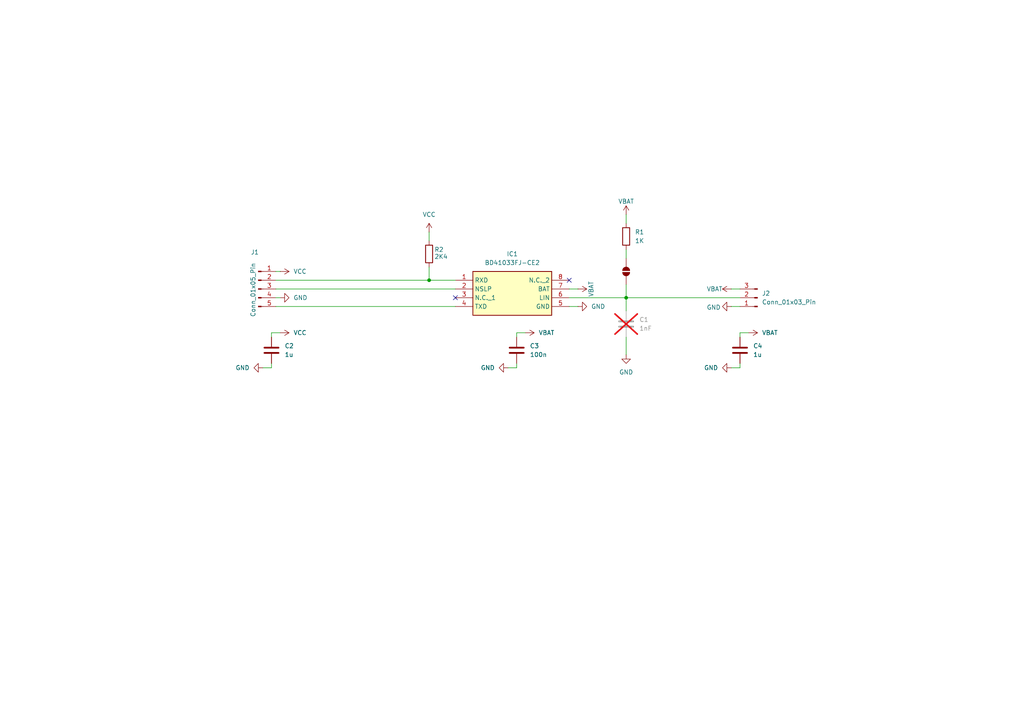
<source format=kicad_sch>
(kicad_sch (version 20250114) (generator "eeschema") (generator_version "9.0")
  (paper "A4")
  (lib_symbols
    (symbol "BD41033FJ-CE2:BD41033FJ-CE2"
      (property "Reference" "IC1" (at 16.51 7.62 0))
      (property "Value" "BD41033FJ-CE2" (at 16.51 5.08 0))
      (symbol "BD41033FJ-CE2_1_1"
        (rectangle (start 5.08 2.54) (end 27.94 -10.16) (stroke (width 0.254)) (fill (type background)))
        (pin passive line (at 0 0 0) (length 5.08) (name "RXD") (number "1"))
        (pin passive line (at 0 -2.54 0) (length 5.08) (name "NSLP") (number "2"))
        (pin passive line (at 0 -5.08 0) (length 5.08) (name "N.C._1") (number "3"))
        (pin passive line (at 0 -7.62 0) (length 5.08) (name "TXD") (number "4"))
        (pin passive line (at 33.02 0 180) (length 5.08) (name "N.C._2") (number "8"))
        (pin power_out line (at 33.02 -2.54 180) (length 5.08) (name "BAT") (number "7"))
        (pin passive line (at 33.02 -5.08 180) (length 5.08) (name "LIN") (number "6"))
        (pin power_out line (at 33.02 -7.62 180) (length 5.08) (name "GND") (number "5"))
      )
    )
    (symbol "Connector:Conn_01x03_Pin" (pin_names (offset 1.016) (hide yes))
      (property "Reference" "J2" (at -1.27 -1.2701 0))
      (property "Value" "Conn_01x03_Pin" (at -1.27 1.2699 0))
      (symbol "Conn_01x03_Pin_1_1"
        (rectangle (start 0.8636 2.667) (end 0 2.413) (stroke (width 0.1524)) (fill (type outline)))
        (rectangle (start 0.8636 0.127) (end 0 -0.127) (stroke (width 0.1524)) (fill (type outline)))
        (rectangle (start 0.8636 -2.413) (end 0 -2.667) (stroke (width 0.1524)) (fill (type outline)))
        (polyline (pts (xy 1.27 2.54) (xy 0.8636 2.54)) (stroke (width 0.1524)))
        (polyline (pts (xy 1.27 0) (xy 0.8636 0)) (stroke (width 0.1524)))
        (polyline (pts (xy 1.27 -2.54) (xy 0.8636 -2.54)) (stroke (width 0.1524)))
        (pin passive line (at 5.08 2.54 180) (length 3.81) (name "Pin_1") (number "1"))
        (pin passive line (at 5.08 0 180) (length 3.81) (name "Pin_2") (number "2"))
        (pin passive line (at 5.08 -2.54 180) (length 3.81) (name "Pin_3") (number "3"))
      )
    )
    (symbol "Connector:Conn_01x05_Pin" (pin_names (offset 1.016) (hide yes))
      (property "Reference" "J1" (at -1.016 10.668 0))
      (property "Value" "Conn_01x05_Pin" (at -1.524 -0.254 90))
      (symbol "Conn_01x05_Pin_1_1"
        (rectangle (start 0.8636 5.207) (end 0 4.953) (stroke (width 0.1524)) (fill (type outline)))
        (rectangle (start 0.8636 2.667) (end 0 2.413) (stroke (width 0.1524)) (fill (type outline)))
        (rectangle (start 0.8636 0.127) (end 0 -0.127) (stroke (width 0.1524)) (fill (type outline)))
        (rectangle (start 0.8636 -2.413) (end 0 -2.667) (stroke (width 0.1524)) (fill (type outline)))
        (rectangle (start 0.8636 -4.953) (end 0 -5.207) (stroke (width 0.1524)) (fill (type outline)))
        (polyline (pts (xy 1.27 5.08) (xy 0.8636 5.08)) (stroke (width 0.1524)))
        (polyline (pts (xy 1.27 2.54) (xy 0.8636 2.54)) (stroke (width 0.1524)))
        (polyline (pts (xy 1.27 0) (xy 0.8636 0)) (stroke (width 0.1524)))
        (polyline (pts (xy 1.27 -2.54) (xy 0.8636 -2.54)) (stroke (width 0.1524)))
        (polyline (pts (xy 1.27 -5.08) (xy 0.8636 -5.08)) (stroke (width 0.1524)))
        (pin power_out line (at 5.08 5.08 180) (length 3.81) (name "Pin_1") (number "1"))
        (pin passive line (at 5.08 2.54 180) (length 3.81) (name "Pin_2") (number "2"))
        (pin passive line (at 5.08 0 180) (length 3.81) (name "Pin_3") (number "3"))
        (pin passive line (at 5.08 -2.54 180) (length 3.81) (name "Pin_4") (number "4"))
        (pin passive line (at 5.08 -5.08 180) (length 3.81) (name "Pin_5") (number "5"))
      )
    )
    (symbol "Device:C" (pin_numbers (hide yes)) (pin_names (offset 0.254))
      (property "Reference" "C" (at 0.635 2.54 0))
      (property "Value" "C" (at 0.635 -2.54 0))
      (symbol "C_0_1"
        (polyline (pts (xy -2.032 0.762) (xy 2.032 0.762)) (stroke (width 0.508)))
        (polyline (pts (xy -2.032 -0.762) (xy 2.032 -0.762)) (stroke (width 0.508)))
      )
      (symbol "C_1_1"
        (pin passive line (at 0 3.81 270) (length 2.794) (name "~") (number "1"))
        (pin passive line (at 0 -3.81 90) (length 2.794) (name "~") (number "2"))
      )
    )
    (symbol "Device:R" (pin_numbers (hide yes)) (pin_names (offset 0))
      (property "Reference" "R" (at 2.032 0 90))
      (property "Value" "R" (at 0 0 90))
      (symbol "R_0_1"
        (rectangle (start -1.016 -2.54) (end 1.016 2.54) (stroke (width 0.254)))
      )
      (symbol "R_1_1"
        (pin passive line (at 0 3.81 270) (length 1.27) (name "~") (number "1"))
        (pin passive line (at 0 -3.81 90) (length 1.27) (name "~") (number "2"))
      )
    )
    (symbol "Jumper:SolderJumper_2_Open" (pin_numbers (hide yes)) (pin_names (offset 0) (hide yes)) (exclude_from_sim yes) (in_bom no)
      (property "Reference" "JP" (at 0 2.032 0))
      (property "Value" "SolderJumper_2_Open" (at 0 -2.54 0))
      (symbol "SolderJumper_2_Open_0_1"
        (polyline (pts (xy -0.254 1.016) (xy -0.254 -1.016)))
        (arc (start -0.254 -1.016) (mid -1.2656 0) (end -0.254 1.016))
        (arc (start -0.254 -1.016) (mid -1.2656 0) (end -0.254 1.016) (fill (type outline)))
        (arc (start 0.254 1.016) (mid 1.2656 0) (end 0.254 -1.016))
        (arc (start 0.254 1.016) (mid 1.2656 0) (end 0.254 -1.016) (fill (type outline)))
        (polyline (pts (xy 0.254 1.016) (xy 0.254 -1.016)))
      )
      (symbol "SolderJumper_2_Open_1_1"
        (pin passive line (at -3.81 0 0) (length 2.54) (name "A") (number "1"))
        (pin passive line (at 3.81 0 180) (length 2.54) (name "B") (number "2"))
      )
    )
    (symbol "power:+12V" (power) (pin_numbers (hide yes)) (pin_names (offset 0) (hide yes))
      (property "Value" "+12V" (at 0 3.556 0))
      (symbol "+12V_0_1"
        (polyline (pts (xy -0.762 1.27) (xy 0 2.54)))
        (polyline (pts (xy 0 2.54) (xy 0.762 1.27)))
        (polyline (pts (xy 0 0) (xy 0 2.54)))
      )
      (symbol "+12V_1_1"
        (pin power_in line (at 0 0 90) (length 0) (name "~") (number "1"))
      )
    )
    (symbol "power:GND" (power) (pin_numbers (hide yes)) (pin_names (offset 0) (hide yes))
      (property "Value" "GND" (at 0 -3.81 0))
      (symbol "GND_0_1"
        (polyline (pts (xy 0 0) (xy 0 -1.27) (xy 1.27 -1.27) (xy 0 -2.54) (xy -1.27 -1.27) (xy 0 -1.27)))
      )
      (symbol "GND_1_1"
        (pin power_in line (at 0 0 270) (length 0) (name "~") (number "1"))
      )
    )
    (symbol "power:VCC" (power) (pin_numbers (hide yes)) (pin_names (offset 0) (hide yes))
      (property "Value" "VCC" (at 0 3.556 0))
      (symbol "VCC_0_1"
        (polyline (pts (xy -0.762 1.27) (xy 0 2.54)))
        (polyline (pts (xy 0 2.54) (xy 0.762 1.27)))
        (polyline (pts (xy 0 0) (xy 0 2.54)))
      )
      (symbol "VCC_1_1"
        (pin power_in line (at 0 0 90) (length 0) (name "~") (number "1"))
      )
    )
  )
  (junction (at 124.46 81.28))
  (junction (at 181.61 86.36))
  (no_connect (at 132.08 86.36))
  (no_connect (at 165.1 81.28))
  (wire (pts (xy 124.46 81.28) (xy 132.08 81.28)))
  (wire (pts (xy 147.32 106.68) (xy 149.86 106.68)))
  (wire (pts (xy 165.1 83.82) (xy 167.64 83.82)))
  (wire (pts (xy 181.61 86.36) (xy 214.63 86.36)))
  (wire (pts (xy 80.01 81.28) (xy 124.46 81.28)))
  (wire (pts (xy 214.63 106.68) (xy 214.63 105.41)))
  (wire (pts (xy 181.61 82.55) (xy 181.61 86.36)))
  (wire (pts (xy 212.09 83.82) (xy 214.63 83.82)))
  (wire (pts (xy 181.61 72.39) (xy 181.61 74.93)))
  (wire (pts (xy 80.01 83.82) (xy 132.08 83.82)))
  (wire (pts (xy 214.63 96.52) (xy 217.17 96.52)))
  (wire (pts (xy 124.46 67.31) (xy 124.46 69.85)))
  (wire (pts (xy 181.61 97.79) (xy 181.61 102.87)))
  (wire (pts (xy 124.46 77.47) (xy 124.46 81.28)))
  (wire (pts (xy 165.1 86.36) (xy 181.61 86.36)))
  (wire (pts (xy 181.61 86.36) (xy 181.61 90.17)))
  (wire (pts (xy 78.74 97.79) (xy 78.74 96.52)))
  (wire (pts (xy 149.86 96.52) (xy 152.4 96.52)))
  (wire (pts (xy 80.01 86.36) (xy 81.28 86.36)))
  (wire (pts (xy 181.61 62.23) (xy 181.61 64.77)))
  (wire (pts (xy 78.74 106.68) (xy 78.74 105.41)))
  (wire (pts (xy 80.01 78.74) (xy 81.28 78.74)))
  (wire (pts (xy 214.63 97.79) (xy 214.63 96.52)))
  (wire (pts (xy 165.1 88.9) (xy 167.64 88.9)))
  (wire (pts (xy 149.86 97.79) (xy 149.86 96.52)))
  (wire (pts (xy 80.01 88.9) (xy 132.08 88.9)))
  (wire (pts (xy 76.2 106.68) (xy 78.74 106.68)))
  (wire (pts (xy 212.09 106.68) (xy 214.63 106.68)))
  (wire (pts (xy 78.74 96.52) (xy 81.28 96.52)))
  (wire (pts (xy 149.86 106.68) (xy 149.86 105.41)))
  (wire (pts (xy 212.09 88.9) (xy 214.63 88.9)))
  (symbol (lib_id "power:+12V") (at 217.17 96.52 270) (unit 1)
    (property "Reference" "#PWR011" (effects (hide yes)))
    (property "Value" "VBAT" (at 220.98 96.5199 90) (effects (justify left)))
    (property "Description" "Power symbol creates a global label with name \"+12V\"" (effects (hide yes)))
  )
  (symbol (lib_id "Connector:Conn_01x05_Pin") (at 74.93 83.82 0) (unit 1)
    (property "Reference" "J1" (at 73.914 73.152 0))
    (property "Value" "Conn_01x05_Pin" (at 73.406 84.074 90))
    (property "Footprint" "Connector_PinHeader_2.54mm:PinHeader_1x05_P2.54mm_Vertical" (effects (hide yes)))
    (property "Description" "Generic connector, single row, 01x05, script generated" (effects (hide yes)))
  )
  (symbol (lib_id "Device:C") (at 181.61 93.98 0) (unit 1) (dnp yes)
    (property "Reference" "C1" (at 185.42 92.7099 0) (effects (justify left)))
    (property "Value" "1nF" (at 185.42 95.2499 0) (effects (justify left)))
    (property "Footprint" "Capacitor_SMD:C_0805_2012Metric_Pad1.18x1.45mm_HandSolder" (effects (hide yes)))
    (property "Description" "Unpolarized capacitor" (effects (hide yes)))
  )
  (symbol (lib_id "Jumper:SolderJumper_2_Open") (at 181.61 78.74 90) (unit 1) (in_bom no)
    (property "Reference" "JP1" (effects (hide yes)))
    (property "Value" "SolderJumper_2_Open" (effects (hide yes)))
    (property "Footprint" "Jumper:SolderJumper-2_P1.3mm_Open_TrianglePad1.0x1.5mm" (effects (hide yes)))
    (property "Description" "Solder Jumper, 2-pole, open" (effects (hide yes)))
  )
  (symbol (lib_id "Device:C") (at 78.74 101.6 0) (unit 1)
    (property "Reference" "C2" (at 82.55 100.3299 0) (effects (justify left)))
    (property "Value" "1u" (at 82.55 102.8699 0) (effects (justify left)))
    (property "Footprint" "Capacitor_SMD:C_0805_2012Metric_Pad1.18x1.45mm_HandSolder" (effects (hide yes)))
    (property "Description" "Unpolarized capacitor" (effects (hide yes)))
  )
  (symbol (lib_id "power:GND") (at 212.09 106.68 270) (unit 1)
    (property "Reference" "#PWR015" (effects (hide yes)))
    (property "Value" "GND" (at 208.28 106.6799 90) (effects (justify right)))
    (property "Description" "Power symbol creates a global label with name \"GND\" , ground" (effects (hide yes)))
  )
  (symbol (lib_id "power:VCC") (at 81.28 78.74 270) (unit 1)
    (property "Reference" "#PWR03" (effects (hide yes)))
    (property "Value" "VCC" (at 85.09 78.7399 90) (effects (justify left)))
    (property "Description" "Power symbol creates a global label with name \"VCC\"" (effects (hide yes)))
  )
  (symbol (lib_id "power:GND") (at 81.28 86.36 90) (unit 1)
    (property "Reference" "#PWR06" (effects (hide yes)))
    (property "Value" "GND" (at 85.09 86.3599 90) (effects (justify right)))
    (property "Description" "Power symbol creates a global label with name \"GND\" , ground" (effects (hide yes)))
  )
  (symbol (lib_id "power:VCC") (at 81.28 96.52 270) (unit 1)
    (property "Reference" "#PWR09" (effects (hide yes)))
    (property "Value" "VCC" (at 85.09 96.5199 90) (effects (justify left)))
    (property "Description" "Power symbol creates a global label with name \"VCC\"" (effects (hide yes)))
  )
  (symbol (lib_id "power:+12V") (at 212.09 83.82 90) (unit 1)
    (property "Reference" "#PWR05" (effects (hide yes)))
    (property "Value" "VBAT" (at 207.264 83.82 90))
    (property "Description" "Power symbol creates a global label with name \"+12V\"" (effects (hide yes)))
  )
  (symbol (lib_id "power:VCC") (at 124.46 67.31 0) (unit 1)
    (property "Reference" "#PWR02" (effects (hide yes)))
    (property "Value" "VCC" (at 124.46 62.23 0))
    (property "Description" "Power symbol creates a global label with name \"VCC\"" (effects (hide yes)))
  )
  (symbol (lib_id "Device:C") (at 214.63 101.6 0) (unit 1)
    (property "Reference" "C4" (at 218.44 100.3299 0) (effects (justify left)))
    (property "Value" "1u" (at 218.44 102.8699 0) (effects (justify left)))
    (property "Footprint" "Capacitor_SMD:C_0805_2012Metric_Pad1.18x1.45mm_HandSolder" (effects (hide yes)))
    (property "Description" "Unpolarized capacitor" (effects (hide yes)))
  )
  (symbol (lib_id "Device:C") (at 149.86 101.6 0) (unit 1)
    (property "Reference" "C3" (at 153.67 100.3299 0) (effects (justify left)))
    (property "Value" "100n" (at 153.67 102.8699 0) (effects (justify left)))
    (property "Footprint" "Capacitor_SMD:C_0805_2012Metric_Pad1.18x1.45mm_HandSolder" (effects (hide yes)))
    (property "Description" "Unpolarized capacitor" (effects (hide yes)))
  )
  (symbol (lib_id "Connector:Conn_01x03_Pin") (at 219.71 86.36 180) (unit 1)
    (property "Reference" "J2" (at 220.98 85.0899 0) (effects (justify right)))
    (property "Value" "Conn_01x03_Pin" (at 220.98 87.6299 0) (effects (justify right)))
    (property "Footprint" "Connector_PinHeader_2.54mm:PinHeader_1x03_P2.54mm_Vertical" (effects (hide yes)))
    (property "Description" "Generic connector, single row, 01x03, script generated" (effects (hide yes)))
  )
  (symbol (lib_id "Device:R") (at 124.46 73.66 0) (unit 1)
    (property "Reference" "R2" (at 125.984 72.39 0) (effects (justify left)))
    (property "Value" "2K4" (at 125.984 74.422 0) (effects (justify left)))
    (property "Footprint" "Resistor_SMD:R_0805_2012Metric_Pad1.20x1.40mm_HandSolder" (effects (hide yes)))
    (property "Description" "Resistor" (effects (hide yes)))
  )
  (symbol (lib_id "power:GND") (at 212.09 88.9 270) (unit 1)
    (property "Reference" "#PWR08" (effects (hide yes)))
    (property "Value" "GND" (at 209.042 89.154 90) (effects (justify right)))
    (property "Description" "Power symbol creates a global label with name \"GND\" , ground" (effects (hide yes)))
  )
  (symbol (lib_id "power:GND") (at 167.64 88.9 90) (unit 1)
    (property "Reference" "#PWR07" (effects (hide yes)))
    (property "Value" "GND" (at 171.45 88.8999 90) (effects (justify right)))
    (property "Description" "Power symbol creates a global label with name \"GND\" , ground" (effects (hide yes)))
  )
  (symbol (lib_id "power:+12V") (at 167.64 83.82 270) (unit 1)
    (property "Reference" "#PWR04" (effects (hide yes)))
    (property "Value" "VBAT" (at 171.45 83.82 0))
    (property "Description" "Power symbol creates a global label with name \"+12V\"" (effects (hide yes)))
  )
  (symbol (lib_id "power:GND") (at 181.61 102.87 0) (unit 1)
    (property "Reference" "#PWR012" (effects (hide yes)))
    (property "Value" "GND" (at 181.61 107.95 0))
    (property "Description" "Power symbol creates a global label with name \"GND\" , ground" (effects (hide yes)))
  )
  (symbol (lib_id "power:+12V") (at 181.61 62.23 0) (unit 1)
    (property "Reference" "#PWR01" (effects (hide yes)))
    (property "Value" "VBAT" (at 181.61 58.42 0))
    (property "Description" "Power symbol creates a global label with name \"+12V\"" (effects (hide yes)))
  )
  (symbol (lib_id "power:GND") (at 147.32 106.68 270) (unit 1)
    (property "Reference" "#PWR014" (effects (hide yes)))
    (property "Value" "GND" (at 143.51 106.6799 90) (effects (justify right)))
    (property "Description" "Power symbol creates a global label with name \"GND\" , ground" (effects (hide yes)))
  )
  (symbol (lib_id "power:+12V") (at 152.4 96.52 270) (unit 1)
    (property "Reference" "#PWR010" (effects (hide yes)))
    (property "Value" "VBAT" (at 156.21 96.5199 90) (effects (justify left)))
    (property "Description" "Power symbol creates a global label with name \"+12V\"" (effects (hide yes)))
  )
  (symbol (lib_id "BD41033FJ-CE2:BD41033FJ-CE2") (at 132.08 81.28 0) (unit 1)
    (property "Reference" "IC1" (at 148.59 73.66 0))
    (property "Value" "BD41033FJ-CE2" (at 148.59 76.2 0))
    (property "Footprint" "Package_SO:SOP-8_3.9x4.9mm_P1.27mm" (effects (hide yes)))
    (property "Datasheet" "https://fscdn.rohm.com/jp/products/databook/datasheet/ic/interface/transceiver/bd41033fj-c-j.pdf?_fsi=LUpKGj1R" (effects (hide yes)))
    (property "Description" "LIN Transceivers LIN Transceiver for Automotive" (effects (hide yes)))
    (property "Height" "1.65" (effects (hide yes)))
    (property "Mouser Part Number" "755-BD41033FJ-CE2" (effects (hide yes)))
    (property "Mouser Price/Stock" "https://www.mouser.co.uk/ProductDetail/ROHM-Semiconductor/BD41033FJ-CE2?qs=VVKQmw408U%2FQtT8BAzfkng%3D%3D" (effects (hide yes)))
    (property "Manufacturer_Name" "ROHM Semiconductor" (effects (hide yes)))
    (property "Manufacturer_Part_Number" "BD41033FJ-CE2" (effects (hide yes)))
  )
  (symbol (lib_id "Device:R") (at 181.61 68.58 0) (unit 1)
    (property "Reference" "R1" (at 184.15 67.3099 0) (effects (justify left)))
    (property "Value" "1K" (at 184.15 69.8499 0) (effects (justify left)))
    (property "Footprint" "Resistor_SMD:R_0805_2012Metric_Pad1.20x1.40mm_HandSolder" (effects (hide yes)))
    (property "Description" "Resistor" (effects (hide yes)))
  )
  (symbol (lib_id "power:GND") (at 76.2 106.68 270) (unit 1)
    (property "Reference" "#PWR013" (effects (hide yes)))
    (property "Value" "GND" (at 72.39 106.6799 90) (effects (justify right)))
    (property "Description" "Power symbol creates a global label with name \"GND\" , ground" (effects (hide yes)))
  )
)
</source>
